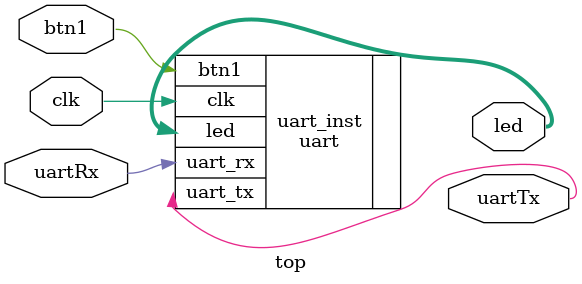
<source format=v>

module top(
    input wire clk,
    input wire btn1,
    input wire uartRx,
    output wire uartTx,
    output wire [5:0] led
);

uart #(.DELAY_FRAMES(234)) uart_inst (
    .clk(clk),
    .btn1(btn1),
    .uart_rx(uartRx),
    .uart_tx(uartTx),
    .led(led)
);

endmodule

/*
// === tangnano9k.cst ===
IO_LOC  "clk" 52;
IO_PORT "clk" IO_TYPE=LVCMOS33 PULL_MODE=UP;

IO_LOC  "led[0]" 10;
IO_PORT "led[0]" DRIVE=8 IO_TYPE=LVCMOS18;

IO_LOC  "led[1]" 11;
IO_PORT "led[1]" DRIVE=8 IO_TYPE=LVCMOS18;

IO_LOC  "led[2]" 13;
IO_PORT "led[2]" DRIVE=8 IO_TYPE=LVCMOS18;

IO_LOC  "led[3]" 14;
IO_PORT "led[3]" DRIVE=8 IO_TYPE=LVCMOS18;

IO_LOC  "led[4]" 15;
IO_PORT "led[4]" DRIVE=8 IO_TYPE=LVCMOS18;

IO_LOC  "led[5]" 16;
IO_PORT "led[5]" DRIVE=8 IO_TYPE=LVCMOS18;

IO_LOC  "btn1" 3;
IO_PORT "btn1" IO_TYPE=LVCMOS18;

IO_LOC  "uartTx" 17;
IO_PORT "uartTx" IO_TYPE=LVCMOS33 PULL_MODE=UP;

IO_LOC  "uartRx" 18;
IO_PORT "uartRx" IO_TYPE=LVCMOS33 PULL_MODE=UP;
*/

/*
Device Utilisation:
VCC:                       1/      1   100%
IOB:                      10/    274     3%
LUT4:                    152/   8640     1%
OSER16:                    0/     80     0%
IDES16:                    0/     80     0%
IOLOGICI:                  0/    276     0%
IOLOGICO:                  0/    276     0%
MUX2_LUT5:                30/   4320     0%
MUX2_LUT6:                 5/   2160     0%
MUX2_LUT7:                 0/   1080     0%
MUX2_LUT8:                 0/   1080     0%
ALU:                      54/   6480     0%
GND:                       1/      1   100%
DFF:                      77/   6480     1%
RAM16SDP4:                 0/    270     0%
BSRAM:                     0/     26     0%
ALU54D:                    0/     10     0%
MULTADDALU18X18:           0/     10     0%
MULTALU18X18:              0/     10     0%
MULTALU36X18:              0/     10     0%
MULT36X36:                 0/      5     0%
MULT18X18:                 0/     20     0%
MULT9X9:                   0/     40     0%
PADD18:                    0/     20     0%
PADD9:                     0/     40     0%
GSR:                       1/      1   100%
OSC:                       0/      1     0%
rPLL:                      0/      2     0%
FLASH608K:                 0/      1     0%
BUFG:                      0/     22     0%
DQCE:                      0/     24     0%
DCS:                       0/      8     0%
DHCEN:                     0/     24     0%
CLKDIV:                    0/      8     0%
CLKDIV2:                   0/     16     0%
MIPI_IBUF:                 0/     22     0%
MIPI_OBUF:                 0/     20     0%
*/

/*
// === uart.v ===
IOB:                      10/    274     3%
LUT4:                    152/   8640     1%
MUX2_LUT5:                30/   4320     0%
MUX2_LUT6:                 5/   2160     0%
ALU:                      54/   6480     0%
DFF:                      77/   6480     1%
*/
</source>
